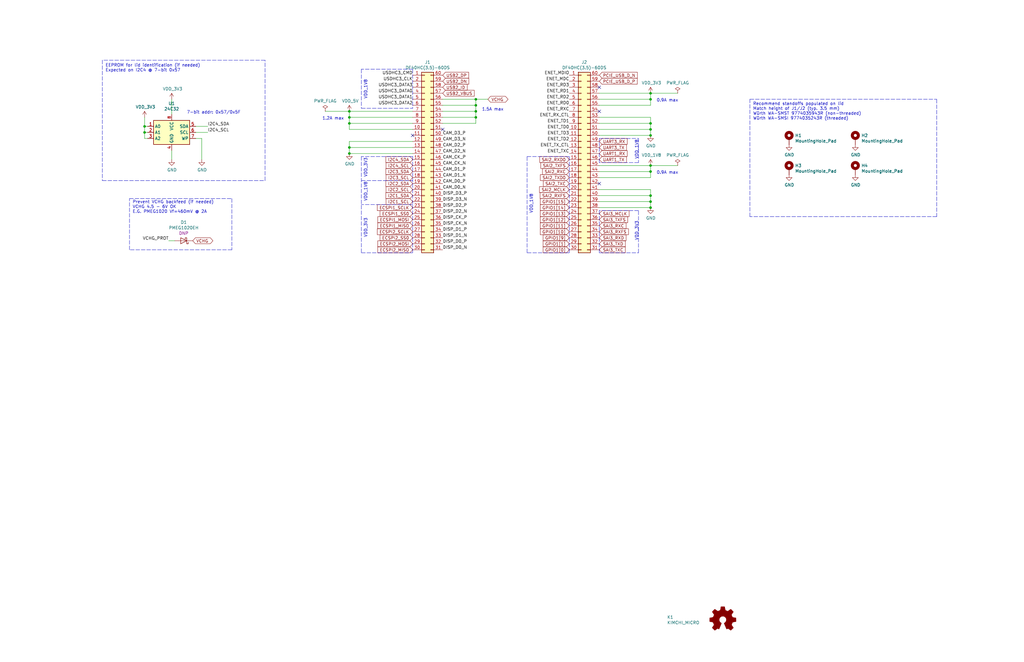
<source format=kicad_sch>
(kicad_sch (version 20250114) (generator "eeschema") (generator_version "9.0")
  (paper "USLedger")
  (lib_symbols
    (symbol "Connector_Generic:Conn_02x30_Counter_Clockwise" (pin_names (offset 1.016) (hide yes))
      (property "Reference" "J" (at 1.27 38.1 0))
      (property "Value" "Conn_02x30_Counter_Clockwise" (at 1.27 -40.64 0))
      (symbol "Conn_02x30_Counter_Clockwise_1_1"
        (rectangle (start -1.27 36.83) (end 3.81 -39.37) (stroke (width 0.254)) (fill (type background)))
        (rectangle (start -1.27 35.687) (end 0 35.433) (stroke (width 0.1524)))
        (rectangle (start -1.27 33.147) (end 0 32.893) (stroke (width 0.1524)))
        (rectangle (start -1.27 30.607) (end 0 30.353) (stroke (width 0.1524)))
        (rectangle (start -1.27 28.067) (end 0 27.813) (stroke (width 0.1524)))
        (rectangle (start -1.27 25.527) (end 0 25.273) (stroke (width 0.1524)))
        (rectangle (start -1.27 22.987) (end 0 22.733) (stroke (width 0.1524)))
        (rectangle (start -1.27 20.447) (end 0 20.193) (stroke (width 0.1524)))
        (rectangle (start -1.27 17.907) (end 0 17.653) (stroke (width 0.1524)))
        (rectangle (start -1.27 15.367) (end 0 15.113) (stroke (width 0.1524)))
        (rectangle (start -1.27 12.827) (end 0 12.573) (stroke (width 0.1524)))
        (rectangle (start -1.27 10.287) (end 0 10.033) (stroke (width 0.1524)))
        (rectangle (start -1.27 7.747) (end 0 7.493) (stroke (width 0.1524)))
        (rectangle (start -1.27 5.207) (end 0 4.953) (stroke (width 0.1524)))
        (rectangle (start -1.27 2.667) (end 0 2.413) (stroke (width 0.1524)))
        (rectangle (start -1.27 0.127) (end 0 -0.127) (stroke (width 0.1524)))
        (rectangle (start -1.27 -2.413) (end 0 -2.667) (stroke (width 0.1524)))
        (rectangle (start -1.27 -4.953) (end 0 -5.207) (stroke (width 0.1524)))
        (rectangle (start -1.27 -7.493) (end 0 -7.747) (stroke (width 0.1524)))
        (rectangle (start -1.27 -10.033) (end 0 -10.287) (stroke (width 0.1524)))
        (rectangle (start -1.27 -12.573) (end 0 -12.827) (stroke (width 0.1524)))
        (rectangle (start -1.27 -15.113) (end 0 -15.367) (stroke (width 0.1524)))
        (rectangle (start -1.27 -17.653) (end 0 -17.907) (stroke (width 0.1524)))
        (rectangle (start -1.27 -20.193) (end 0 -20.447) (stroke (width 0.1524)))
        (rectangle (start -1.27 -22.733) (end 0 -22.987) (stroke (width 0.1524)))
        (rectangle (start -1.27 -25.273) (end 0 -25.527) (stroke (width 0.1524)))
        (rectangle (start -1.27 -27.813) (end 0 -28.067) (stroke (width 0.1524)))
        (rectangle (start -1.27 -30.353) (end 0 -30.607) (stroke (width 0.1524)))
        (rectangle (start -1.27 -32.893) (end 0 -33.147) (stroke (width 0.1524)))
        (rectangle (start -1.27 -35.433) (end 0 -35.687) (stroke (width 0.1524)))
        (rectangle (start -1.27 -37.973) (end 0 -38.227) (stroke (width 0.1524)))
        (rectangle (start 3.81 35.687) (end 2.54 35.433) (stroke (width 0.1524)))
        (rectangle (start 3.81 33.147) (end 2.54 32.893) (stroke (width 0.1524)))
        (rectangle (start 3.81 30.607) (end 2.54 30.353) (stroke (width 0.1524)))
        (rectangle (start 3.81 28.067) (end 2.54 27.813) (stroke (width 0.1524)))
        (rectangle (start 3.81 25.527) (end 2.54 25.273) (stroke (width 0.1524)))
        (rectangle (start 3.81 22.987) (end 2.54 22.733) (stroke (width 0.1524)))
        (rectangle (start 3.81 20.447) (end 2.54 20.193) (stroke (width 0.1524)))
        (rectangle (start 3.81 17.907) (end 2.54 17.653) (stroke (width 0.1524)))
        (rectangle (start 3.81 15.367) (end 2.54 15.113) (stroke (width 0.1524)))
        (rectangle (start 3.81 12.827) (end 2.54 12.573) (stroke (width 0.1524)))
        (rectangle (start 3.81 10.287) (end 2.54 10.033) (stroke (width 0.1524)))
        (rectangle (start 3.81 7.747) (end 2.54 7.493) (stroke (width 0.1524)))
        (rectangle (start 3.81 5.207) (end 2.54 4.953) (stroke (width 0.1524)))
        (rectangle (start 3.81 2.667) (end 2.54 2.413) (stroke (width 0.1524)))
        (rectangle (start 3.81 0.127) (end 2.54 -0.127) (stroke (width 0.1524)))
        (rectangle (start 3.81 -2.413) (end 2.54 -2.667) (stroke (width 0.1524)))
        (rectangle (start 3.81 -4.953) (end 2.54 -5.207) (stroke (width 0.1524)))
        (rectangle (start 3.81 -7.493) (end 2.54 -7.747) (stroke (width 0.1524)))
        (rectangle (start 3.81 -10.033) (end 2.54 -10.287) (stroke (width 0.1524)))
        (rectangle (start 3.81 -12.573) (end 2.54 -12.827) (stroke (width 0.1524)))
        (rectangle (start 3.81 -15.113) (end 2.54 -15.367) (stroke (width 0.1524)))
        (rectangle (start 3.81 -17.653) (end 2.54 -17.907) (stroke (width 0.1524)))
        (rectangle (start 3.81 -20.193) (end 2.54 -20.447) (stroke (width 0.1524)))
        (rectangle (start 3.81 -22.733) (end 2.54 -22.987) (stroke (width 0.1524)))
        (rectangle (start 3.81 -25.273) (end 2.54 -25.527) (stroke (width 0.1524)))
        (rectangle (start 3.81 -27.813) (end 2.54 -28.067) (stroke (width 0.1524)))
        (rectangle (start 3.81 -30.353) (end 2.54 -30.607) (stroke (width 0.1524)))
        (rectangle (start 3.81 -32.893) (end 2.54 -33.147) (stroke (width 0.1524)))
        (rectangle (start 3.81 -35.433) (end 2.54 -35.687) (stroke (width 0.1524)))
        (rectangle (start 3.81 -37.973) (end 2.54 -38.227) (stroke (width 0.1524)))
        (pin passive line (at -5.08 35.56 0) (length 3.81) (name "Pin_1") (number "1"))
        (pin passive line (at -5.08 33.02 0) (length 3.81) (name "Pin_2") (number "2"))
        (pin passive line (at -5.08 30.48 0) (length 3.81) (name "Pin_3") (number "3"))
        (pin passive line (at -5.08 27.94 0) (length 3.81) (name "Pin_4") (number "4"))
        (pin passive line (at -5.08 25.4 0) (length 3.81) (name "Pin_5") (number "5"))
        (pin passive line (at -5.08 22.86 0) (length 3.81) (name "Pin_6") (number "6"))
        (pin passive line (at -5.08 20.32 0) (length 3.81) (name "Pin_7") (number "7"))
        (pin passive line (at -5.08 17.78 0) (length 3.81) (name "Pin_8") (number "8"))
        (pin passive line (at -5.08 15.24 0) (length 3.81) (name "Pin_9") (number "9"))
        (pin passive line (at -5.08 12.7 0) (length 3.81) (name "Pin_10") (number "10"))
        (pin passive line (at -5.08 10.16 0) (length 3.81) (name "Pin_11") (number "11"))
        (pin passive line (at -5.08 7.62 0) (length 3.81) (name "Pin_12") (number "12"))
        (pin passive line (at -5.08 5.08 0) (length 3.81) (name "Pin_13") (number "13"))
        (pin passive line (at -5.08 2.54 0) (length 3.81) (name "Pin_14") (number "14"))
        (pin passive line (at -5.08 0 0) (length 3.81) (name "Pin_15") (number "15"))
        (pin passive line (at -5.08 -2.54 0) (length 3.81) (name "Pin_16") (number "16"))
        (pin passive line (at -5.08 -5.08 0) (length 3.81) (name "Pin_17") (number "17"))
        (pin passive line (at -5.08 -7.62 0) (length 3.81) (name "Pin_18") (number "18"))
        (pin passive line (at -5.08 -10.16 0) (length 3.81) (name "Pin_19") (number "19"))
        (pin passive line (at -5.08 -12.7 0) (length 3.81) (name "Pin_20") (number "20"))
        (pin passive line (at -5.08 -15.24 0) (length 3.81) (name "Pin_21") (number "21"))
        (pin passive line (at -5.08 -17.78 0) (length 3.81) (name "Pin_22") (number "22"))
        (pin passive line (at -5.08 -20.32 0) (length 3.81) (name "Pin_23") (number "23"))
        (pin passive line (at -5.08 -22.86 0) (length 3.81) (name "Pin_24") (number "24"))
        (pin passive line (at -5.08 -25.4 0) (length 3.81) (name "Pin_25") (number "25"))
        (pin passive line (at -5.08 -27.94 0) (length 3.81) (name "Pin_26") (number "26"))
        (pin passive line (at -5.08 -30.48 0) (length 3.81) (name "Pin_27") (number "27"))
        (pin passive line (at -5.08 -33.02 0) (length 3.81) (name "Pin_28") (number "28"))
        (pin passive line (at -5.08 -35.56 0) (length 3.81) (name "Pin_29") (number "29"))
        (pin passive line (at -5.08 -38.1 0) (length 3.81) (name "Pin_30") (number "30"))
        (pin passive line (at 7.62 35.56 180) (length 3.81) (name "Pin_60") (number "60"))
        (pin passive line (at 7.62 33.02 180) (length 3.81) (name "Pin_59") (number "59"))
        (pin passive line (at 7.62 30.48 180) (length 3.81) (name "Pin_58") (number "58"))
        (pin passive line (at 7.62 27.94 180) (length 3.81) (name "Pin_57") (number "57"))
        (pin passive line (at 7.62 25.4 180) (length 3.81) (name "Pin_56") (number "56"))
        (pin passive line (at 7.62 22.86 180) (length 3.81) (name "Pin_55") (number "55"))
        (pin passive line (at 7.62 20.32 180) (length 3.81) (name "Pin_54") (number "54"))
        (pin passive line (at 7.62 17.78 180) (length 3.81) (name "Pin_53") (number "53"))
        (pin passive line (at 7.62 15.24 180) (length 3.81) (name "Pin_52") (number "52"))
        (pin passive line (at 7.62 12.7 180) (length 3.81) (name "Pin_51") (number "51"))
        (pin passive line (at 7.62 10.16 180) (length 3.81) (name "Pin_50") (number "50"))
        (pin passive line (at 7.62 7.62 180) (length 3.81) (name "Pin_49") (number "49"))
        (pin passive line (at 7.62 5.08 180) (length 3.81) (name "Pin_48") (number "48"))
        (pin passive line (at 7.62 2.54 180) (length 3.81) (name "Pin_47") (number "47"))
        (pin passive line (at 7.62 0 180) (length 3.81) (name "Pin_46") (number "46"))
        (pin passive line (at 7.62 -2.54 180) (length 3.81) (name "Pin_45") (number "45"))
        (pin passive line (at 7.62 -5.08 180) (length 3.81) (name "Pin_44") (number "44"))
        (pin passive line (at 7.62 -7.62 180) (length 3.81) (name "Pin_43") (number "43"))
        (pin passive line (at 7.62 -10.16 180) (length 3.81) (name "Pin_42") (number "42"))
        (pin passive line (at 7.62 -12.7 180) (length 3.81) (name "Pin_41") (number "41"))
        (pin passive line (at 7.62 -15.24 180) (length 3.81) (name "Pin_40") (number "40"))
        (pin passive line (at 7.62 -17.78 180) (length 3.81) (name "Pin_39") (number "39"))
        (pin passive line (at 7.62 -20.32 180) (length 3.81) (name "Pin_38") (number "38"))
        (pin passive line (at 7.62 -22.86 180) (length 3.81) (name "Pin_37") (number "37"))
        (pin passive line (at 7.62 -25.4 180) (length 3.81) (name "Pin_36") (number "36"))
        (pin passive line (at 7.62 -27.94 180) (length 3.81) (name "Pin_35") (number "35"))
        (pin passive line (at 7.62 -30.48 180) (length 3.81) (name "Pin_34") (number "34"))
        (pin passive line (at 7.62 -33.02 180) (length 3.81) (name "Pin_33") (number "33"))
        (pin passive line (at 7.62 -35.56 180) (length 3.81) (name "Pin_32") (number "32"))
        (pin passive line (at 7.62 -38.1 180) (length 3.81) (name "Pin_31") (number "31"))
      )
    )
    (symbol "Diode:PMEG1020EH" (pin_numbers (hide yes)) (pin_names (hide yes))
      (property "Reference" "D" (at 0 2.54 0))
      (property "Value" "PMEG1020EH" (at 0 -2.54 0))
      (symbol "PMEG1020EH_0_1"
        (polyline (pts (xy -1.905 0.635) (xy -1.905 1.27) (xy -1.27 1.27) (xy -1.27 -1.27) (xy -0.635 -1.27) (xy -0.635 -0.635)) (stroke (width 0.2032)))
        (polyline (pts (xy 1.27 1.27) (xy 1.27 -1.27) (xy -1.27 0) (xy 1.27 1.27)) (stroke (width 0.2032)))
        (polyline (pts (xy 1.27 0) (xy -1.27 0)))
      )
      (symbol "PMEG1020EH_1_1"
        (pin passive line (at -3.81 0 0) (length 2.54) (name "K") (number "1"))
        (pin passive line (at 3.81 0 180) (length 2.54) (name "A") (number "2"))
      )
    )
    (symbol "Graphic:Logo_Open_Hardware_Small" (in_bom no) (on_board no)
      (symbol "Logo_Open_Hardware_Small_0_1"
        (polyline (pts (xy 3.3528 -4.3434) (xy 3.302 -4.318) (xy 3.175 -4.2418) (xy 2.9972 -4.1148) (xy 2.7686 -3.9624) (xy 2.54 -3.81) (xy 2.3622 -3.7084) (xy 2.2352 -3.6068) (xy 2.1844 -3.5814) (xy 2.159 -3.6068) (xy 2.0574 -3.6576) (xy 1.905 -3.7338) (xy 1.8034 -3.7846) (xy 1.6764 -3.8354) (xy 1.6002 -3.8354) (xy 1.6002 -3.8354) (xy 1.5494 -3.7338) (xy 1.4732 -3.5306) (xy 1.3462 -3.302) (xy 1.2446 -3.0226) (xy 1.1176 -2.7178) (xy 0.9652 -2.413) (xy 0.8636 -2.1082) (xy 0.7366 -1.8288) (xy 0.6604 -1.6256) (xy 0.6096 -1.4732) (xy 0.5842 -1.397) (xy 0.5842 -1.397) (xy 0.6604 -1.3208) (xy 0.7874 -1.2446) (xy 1.0414 -1.016) (xy 1.2954 -0.6858) (xy 1.4478 -0.3302) (xy 1.524 0.0762) (xy 1.4732 0.4572) (xy 1.3208 0.8128) (xy 1.0668 1.143) (xy 0.762 1.3716) (xy 0.4064 1.524) (xy 0 1.5748) (xy -0.381 1.5494) (xy -0.7366 1.397) (xy -1.0668 1.143) (xy -1.2192 0.9906) (xy -1.397 0.6604) (xy -1.524 0.3048) (xy -1.524 0.2286) (xy -1.4986 -0.1778) (xy -1.397 -0.5334) (xy -1.1938 -0.8636) (xy -0.9144 -1.143) (xy -0.8636 -1.1684) (xy -0.7366 -1.27) (xy -0.635 -1.3462) (xy -0.5842 -1.397) (xy -1.0668 -2.5908) (xy -1.143 -2.794) (xy -1.2954 -3.1242) (xy -1.397 -3.4036) (xy -1.4986 -3.6322) (xy -1.5748 -3.7846) (xy -1.6002 -3.8354) (xy -1.6002 -3.8354) (xy -1.651 -3.8354) (xy -1.7272 -3.81) (xy -1.905 -3.7338) (xy -2.0066 -3.683) (xy -2.1336 -3.6068) (xy -2.2098 -3.5814) (xy -2.2606 -3.6068) (xy -2.3622 -3.683) (xy -2.54 -3.81) (xy -2.7686 -3.9624) (xy -2.9718 -4.0894) (xy -3.1496 -4.2164) (xy -3.302 -4.318) (xy -3.3528 -4.3434) (xy -3.3782 -4.3434) (xy -3.429 -4.318) (xy -3.5306 -4.2164) (xy -3.7084 -4.064) (xy -3.937 -3.8354) (xy -3.9624 -3.81) (xy -4.1656 -3.6068) (xy -4.318 -3.4544) (xy -4.4196 -3.3274) (xy -4.445 -3.2766) (xy -4.445 -3.2766) (xy -4.4196 -3.2258) (xy -4.318 -3.0734) (xy -4.2164 -2.8956) (xy -4.064 -2.667) (xy -3.6576 -2.0828) (xy -3.8862 -1.5494) (xy -3.937 -1.3716) (xy -4.0386 -1.1684) (xy -4.0894 -1.0414) (xy -4.1148 -0.9652) (xy -4.191 -0.9398) (xy -4.318 -0.9144) (xy -4.5466 -0.8636) (xy -4.8006 -0.8128) (xy -5.0546 -0.7874) (xy -5.2578 -0.7366) (xy -5.4356 -0.7112) (xy -5.5118 -0.6858) (xy -5.5118 -0.6858) (xy -5.5372 -0.635) (xy -5.5372 -0.5588) (xy -5.5372 -0.4318) (xy -5.5626 -0.2286) (xy -5.5626 0.0762) (xy -5.5626 0.127) (xy -5.5372 0.4064) (xy -5.5372 0.635) (xy -5.5372 0.762) (xy -5.5372 0.8382) (xy -5.5372 0.8382) (xy -5.461 0.8382) (xy -5.3086 0.889) (xy -5.08 0.9144) (xy -4.826 0.9652) (xy -4.8006 0.9906) (xy -4.5466 1.0414) (xy -4.318 1.0668) (xy -4.1656 1.1176) (xy -4.0894 1.143) (xy -4.0894 1.143) (xy -4.0386 1.2446) (xy -3.9624 1.4224) (xy -3.8608 1.6256) (xy -3.7846 1.8288) (xy -3.7084 2.0066) (xy -3.6576 2.159) (xy -3.6322 2.2098) (xy -3.6322 2.2098) (xy -3.683 2.286) (xy -3.7592 2.413) (xy -3.8862 2.5908) (xy -4.064 2.8194) (xy -4.064 2.8448) (xy -4.2164 3.0734) (xy -4.3434 3.2512) (xy -4.4196 3.3782) (xy -4.445 3.4544) (xy -4.445 3.4544) (xy -4.3942 3.5052) (xy -4.2926 3.6322) (xy -4.1148 3.81) (xy -3.937 4.0132) (xy -3.8608 4.064) (xy -3.6576 4.2926) (xy -3.5052 4.4196) (xy -3.4036 4.4958) (xy -3.3528 4.5212) (xy -3.3528 4.5212) (xy -3.302 4.4704) (xy -3.1496 4.3688) (xy -2.9718 4.2418) (xy -2.7432 4.0894) (xy -2.7178 4.0894) (xy -2.4892 3.937) (xy -2.3114 3.81) (xy -2.1844 3.7084) (xy -2.1336 3.683) (xy -2.1082 3.683) (xy -2.032 3.7084) (xy -1.8542 3.7592) (xy -1.6764 3.8354) (xy -1.4732 3.937) (xy -1.27 4.0132) (xy -1.143 4.064) (xy -1.0668 4.1148) (xy -1.0668 4.1148) (xy -1.0414 4.191) (xy -1.016 4.3434) (xy -0.9652 4.572) (xy -0.9144 4.8514) (xy -0.889 4.9022) (xy -0.8382 5.1562) (xy -0.8128 5.3848) (xy -0.7874 5.5372) (xy -0.762 5.588) (xy -0.7112 5.6134) (xy -0.5842 5.6134) (xy -0.4064 5.6134) (xy -0.1524 5.6134) (xy 0.0762 5.6134) (xy 0.3302 5.6134) (xy 0.5334 5.6134) (xy 0.6858 5.588) (xy 0.7366 5.588) (xy 0.7366 5.588) (xy 0.762 5.5118) (xy 0.8128 5.334) (xy 0.8382 5.1054) (xy 0.9144 4.826) (xy 0.9144 4.7752) (xy 0.9652 4.5212) (xy 1.016 4.2926) (xy 1.0414 4.1402) (xy 1.0668 4.0894) (xy 1.0668 4.0894) (xy 1.1938 4.0386) (xy 1.3716 3.9624) (xy 1.5748 3.8608) (xy 2.0828 3.6576) (xy 2.7178 4.0894) (xy 2.7686 4.1402) (xy 2.9972 4.2926) (xy 3.175 4.4196) (xy 3.302 4.4958) (xy 3.3782 4.5212) (xy 3.3782 4.5212) (xy 3.429 4.4704) (xy 3.556 4.3434) (xy 3.7338 4.191) (xy 3.9116 3.9878) (xy 4.064 3.8354) (xy 4.2418 3.6576) (xy 4.3434 3.556) (xy 4.4196 3.4798) (xy 4.4196 3.429) (xy 4.4196 3.4036) (xy 4.3942 3.3274) (xy 4.2926 3.2004) (xy 4.1656 2.9972) (xy 4.0132 2.794) (xy 3.8862 2.5908) (xy 3.7592 2.3876) (xy 3.6576 2.2352) (xy 3.6322 2.159) (xy 3.6322 2.1336) (xy 3.683 2.0066) (xy 3.7592 1.8288) (xy 3.8608 1.6002) (xy 4.064 1.1176) (xy 4.3942 1.0414) (xy 4.5974 1.016) (xy 4.8768 0.9652) (xy 5.1308 0.9144) (xy 5.5372 0.8382) (xy 5.5626 -0.6604) (xy 5.4864 -0.6858) (xy 5.4356 -0.6858) (xy 5.2832 -0.7366) (xy 5.0546 -0.762) (xy 4.8006 -0.8128) (xy 4.5974 -0.8636) (xy 4.3688 -0.9144) (xy 4.2164 -0.9398) (xy 4.1402 -0.9398) (xy 4.1148 -0.9652) (xy 4.064 -1.0668) (xy 3.9878 -1.2446) (xy 3.9116 -1.4478) (xy 3.81 -1.651) (xy 3.7338 -1.8542) (xy 3.683 -2.0066) (xy 3.6576 -2.0828) (xy 3.683 -2.1336) (xy 3.7846 -2.2606) (xy 3.8862 -2.4638) (xy 4.0386 -2.667) (xy 4.191 -2.8956) (xy 4.318 -3.0734) (xy 4.3942 -3.2004) (xy 4.445 -3.2766) (xy 4.4196 -3.3274) (xy 4.3434 -3.429) (xy 4.1656 -3.5814) (xy 3.937 -3.8354) (xy 3.8862 -3.8608) (xy 3.683 -4.064) (xy 3.5306 -4.2164) (xy 3.4036 -4.318) (xy 3.3528 -4.3434)) (fill (type outline)))
      )
    )
    (symbol "Mechanical:MountingHole_Pad" (pin_numbers (hide yes)) (pin_names (offset 1.016) (hide yes)) (in_bom no)
      (property "Reference" "H" (at 0 6.35 0))
      (property "Value" "MountingHole_Pad" (at 0 4.445 0))
      (symbol "MountingHole_Pad_0_1"
        (circle (center 0 1.27) (radius 1.27) (stroke (width 1.27)))
      )
      (symbol "MountingHole_Pad_1_1"
        (pin input line (at 0 -2.54 90) (length 2.54) (name "1") (number "1"))
      )
    )
    (symbol "Memory_EEPROM:24LC16"
      (property "Reference" "U" (at -6.35 6.35 0))
      (property "Value" "24LC16" (at 1.27 6.35 0))
      (symbol "24LC16_1_1"
        (rectangle (start -7.62 5.08) (end 7.62 -5.08) (stroke (width 0.254)) (fill (type background)))
        (pin input line (at -10.16 2.54 0) (length 2.54) (name "A0") (number "1"))
        (pin input line (at -10.16 0 0) (length 2.54) (name "A1") (number "2"))
        (pin input line (at -10.16 -2.54 0) (length 2.54) (name "A2") (number "3"))
        (pin power_in line (at 0 7.62 270) (length 2.54) (name "VCC") (number "8"))
        (pin power_in line (at 0 -7.62 90) (length 2.54) (name "GND") (number "4"))
        (pin bidirectional line (at 10.16 2.54 180) (length 2.54) (name "SDA") (number "5"))
        (pin input line (at 10.16 0 180) (length 2.54) (name "SCL") (number "6"))
        (pin input line (at 10.16 -2.54 180) (length 2.54) (name "WP") (number "7"))
      )
    )
    (symbol "kimchi_ulid:KIMCHI_MICRO" (pin_names (offset 1.016))
      (property "Reference" "K" (at 0 0 0))
      (property "Value" "KIMCHI_MICRO" (at 0 0 0))
    )
    (symbol "kimchi_ulid:VDD_1V8" (power) (pin_names (offset 0))
      (property "Value" "VDD_1V8" (at 0 3.556 0))
      (symbol "VDD_1V8_0_1"
        (polyline (pts (xy -0.762 1.27) (xy 0 2.54)))
        (polyline (pts (xy 0 2.54) (xy 0.762 1.27)))
        (polyline (pts (xy 0 0) (xy 0 2.54)))
      )
      (symbol "VDD_1V8_1_1"
        (pin power_in line (at 0 0 90) (length 0) (hide yes) (name "VDD_1V8") (number "1"))
      )
    )
    (symbol "kimchi_ulid:VDD_3V3" (power) (pin_names (offset 0))
      (property "Value" "VDD_3V3" (at 0 3.556 0))
      (symbol "VDD_3V3_0_1"
        (polyline (pts (xy -0.762 1.27) (xy 0 2.54)))
        (polyline (pts (xy 0 2.54) (xy 0.762 1.27)))
        (polyline (pts (xy 0 0) (xy 0 2.54)))
      )
      (symbol "VDD_3V3_1_1"
        (pin power_in line (at 0 0 90) (length 0) (hide yes) (name "VDD_3V3") (number "1"))
      )
    )
    (symbol "kimchi_ulid:VDD_5V" (power) (pin_names (offset 0))
      (property "Value" "VDD_5V" (at 0 3.556 0))
      (symbol "VDD_5V_0_1"
        (polyline (pts (xy -0.762 1.27) (xy 0 2.54)))
        (polyline (pts (xy 0 2.54) (xy 0.762 1.27)))
        (polyline (pts (xy 0 0) (xy 0 2.54)))
      )
      (symbol "VDD_5V_1_1"
        (pin power_in line (at 0 0 90) (length 0) (hide yes) (name "VDD_5V") (number "1"))
      )
    )
    (symbol "power:GND" (power) (pin_numbers (hide yes)) (pin_names (offset 0) (hide yes))
      (property "Value" "GND" (at 0 -3.81 0))
      (symbol "GND_0_1"
        (polyline (pts (xy 0 0) (xy 0 -1.27) (xy 1.27 -1.27) (xy 0 -2.54) (xy -1.27 -1.27) (xy 0 -1.27)))
      )
      (symbol "GND_1_1"
        (pin power_in line (at 0 0 270) (length 0) (name "~") (number "1"))
      )
    )
    (symbol "power:PWR_FLAG" (power) (pin_numbers (hide yes)) (pin_names (offset 0) (hide yes))
      (property "Value" "PWR_FLAG" (at 0 3.81 0))
      (symbol "PWR_FLAG_0_0"
        (pin power_out line (at 0 0 90) (length 0) (name "~") (number "1"))
      )
      (symbol "PWR_FLAG_0_1"
        (polyline (pts (xy 0 0) (xy 0 1.27) (xy -1.016 1.905) (xy 0 2.54) (xy 1.016 1.905) (xy 0 1.27)))
      )
    )
  )
  (text "1.2A max" (at 135.89 50.8 0) (effects (font (size 1.27 1.27)) (justify left bottom)))
  (text "0.9A max" (at 276.86 73.66 0) (effects (font (size 1.27 1.27)) (justify left bottom)))
  (text "VDD_1V8" (at 269.24 67.31 90) (effects (font (size 1.27 1.27)) (justify left bottom)))
  (text "VDD_1V8" (at 224.79 90.17 90) (effects (font (size 1.27 1.27)) (justify left bottom)))
  (text "0.9A max" (at 276.86 43.18 0) (effects (font (size 1.27 1.27)) (justify left bottom)))
  (text "7-bit addr: 0x57/0x5F" (at 78.74 48.26 0) (effects (font (size 1.27 1.27)) (justify left bottom)))
  (text "Recommend standoffs populated on lid\nMatch height of J1/J2 (typ. 3.5 mm)\nWürth WA-SMST 9774035943R (non-threaded)\nWürth WA-SMSI 9774035243R (threaded)" (at 317.5 50.8 0) (effects (font (size 1.27 1.27)) (justify left bottom)))
  (text "Prevent VCHG backfeed (if needed)\nVCHG 4.5 - 6V OK\nE.G. PMEG1020 Vf=460mV @ 2A" (at 55.88 90.17 0) (effects (font (size 1.27 1.27)) (justify left bottom)))
  (text "VDD_1V8" (at 154.94 85.09 90) (effects (font (size 1.27 1.27)) (justify left bottom)))
  (text "VDD_3V3" (at 154.94 74.93 90) (effects (font (size 1.27 1.27)) (justify left bottom)))
  (text "VDD_1V8" (at 154.94 41.91 90) (effects (font (size 1.27 1.27)) (justify left bottom)))
  (text "EEPROM for lid identification (if needed)\nExpected on I2C4 @ 7-bit 0x57" (at 44.45 30.48 0) (effects (font (size 1.27 1.27)) (justify left bottom)))
  (text "VDD_3V3" (at 154.94 100.33 90) (effects (font (size 1.27 1.27)) (justify left bottom)))
  (text "1.5A max" (at 203.2 46.99 0) (effects (font (size 1.27 1.27)) (justify left bottom)))
  (text "VDD_3V3" (at 269.24 101.6 90) (effects (font (size 1.27 1.27)) (justify left bottom)))
  (junction (at 147.32 46.99))
  (junction (at 200.66 46.99))
  (junction (at 274.32 82.55))
  (junction (at 274.32 41.91))
  (junction (at 147.32 49.53))
  (junction (at 274.32 52.07))
  (junction (at 147.32 52.07))
  (junction (at 274.32 69.85))
  (junction (at 274.32 54.61))
  (junction (at 147.32 64.77))
  (junction (at 147.32 62.23))
  (junction (at 274.32 57.15))
  (junction (at 200.66 44.45))
  (junction (at 274.32 39.37))
  (junction (at 274.32 87.63))
  (junction (at 200.66 49.53))
  (junction (at 200.66 41.91))
  (junction (at 60.96 53.34))
  (junction (at 274.32 85.09))
  (junction (at 60.96 55.88))
  (junction (at 274.32 72.39))
  (no_connect (at 252.73 46.99))
  (no_connect (at 186.69 54.61))
  (no_connect (at 252.73 77.47))
  (no_connect (at 173.99 57.15))
  (no_connect (at 252.73 36.83))
  (wire (pts (xy 200.66 49.53) (xy 186.69 49.53)))
  (wire (pts (xy 252.73 80.01) (xy 274.32 80.01)))
  (polyline (pts (xy 111.76 25.4) (xy 43.18 25.4)) (stroke (width 0) (type dash)))
  (polyline (pts (xy 394.97 41.91) (xy 394.97 91.44)) (stroke (width 0) (type dash)))
  (wire (pts (xy 274.32 54.61) (xy 274.32 52.07)))
  (polyline (pts (xy 173.99 86.36) (xy 152.4 86.36)) (stroke (width 0) (type dash)))
  (wire (pts (xy 274.32 69.85) (xy 274.32 72.39)))
  (wire (pts (xy 252.73 82.55) (xy 274.32 82.55)))
  (wire (pts (xy 274.32 39.37) (xy 274.32 41.91)))
  (polyline (pts (xy 173.99 29.21) (xy 152.4 29.21)) (stroke (width 0) (type dash)))
  (wire (pts (xy 274.32 69.85) (xy 252.73 69.85)))
  (wire (pts (xy 252.73 49.53) (xy 274.32 49.53)))
  (wire (pts (xy 147.32 62.23) (xy 147.32 64.77)))
  (polyline (pts (xy 394.97 91.44) (xy 316.23 91.44)) (stroke (width 0) (type dash)))
  (polyline (pts (xy 252.73 58.42) (xy 269.24 58.42)) (stroke (width 0) (type dash)))
  (wire (pts (xy 72.39 67.31) (xy 72.39 63.5)))
  (polyline (pts (xy 316.23 41.91) (xy 394.97 41.91)) (stroke (width 0) (type dash)))
  (wire (pts (xy 274.32 39.37) (xy 252.73 39.37)))
  (polyline (pts (xy 173.99 66.04) (xy 173.99 106.68)) (stroke (width 0) (type dash)))
  (wire (pts (xy 274.32 82.55) (xy 274.32 85.09)))
  (polyline (pts (xy 152.4 106.68) (xy 173.99 106.68)) (stroke (width 0) (type dash)))
  (wire (pts (xy 72.39 41.91) (xy 72.39 48.26)))
  (polyline (pts (xy 316.23 91.44) (xy 316.23 41.91)) (stroke (width 0) (type dash)))
  (polyline (pts (xy 54.61 83.82) (xy 97.79 83.82)) (stroke (width 0) (type dash)))
  (polyline (pts (xy 222.25 66.04) (xy 240.03 66.04)) (stroke (width 0) (type dash)))
  (wire (pts (xy 85.09 58.42) (xy 85.09 67.31)))
  (wire (pts (xy 274.32 72.39) (xy 274.32 74.93)))
  (wire (pts (xy 62.23 53.34) (xy 60.96 53.34)))
  (wire (pts (xy 87.63 55.88) (xy 82.55 55.88)))
  (wire (pts (xy 274.32 74.93) (xy 252.73 74.93)))
  (wire (pts (xy 60.96 58.42) (xy 62.23 58.42)))
  (wire (pts (xy 205.74 41.91) (xy 200.66 41.91)))
  (wire (pts (xy 62.23 55.88) (xy 60.96 55.88)))
  (wire (pts (xy 252.73 85.09) (xy 274.32 85.09)))
  (wire (pts (xy 200.66 41.91) (xy 200.66 44.45)))
  (wire (pts (xy 137.16 46.99) (xy 147.32 46.99)))
  (polyline (pts (xy 269.24 58.42) (xy 269.24 68.58)) (stroke (width 0) (type dash)))
  (wire (pts (xy 274.32 49.53) (xy 274.32 52.07)))
  (wire (pts (xy 200.66 46.99) (xy 200.66 49.53)))
  (wire (pts (xy 252.73 72.39) (xy 274.32 72.39)))
  (polyline (pts (xy 97.79 105.41) (xy 54.61 105.41)) (stroke (width 0) (type dash)))
  (wire (pts (xy 173.99 64.77) (xy 147.32 64.77)))
  (wire (pts (xy 252.73 87.63) (xy 274.32 87.63)))
  (polyline (pts (xy 252.73 106.68) (xy 269.24 106.68)) (stroke (width 0) (type dash)))
  (polyline (pts (xy 43.18 76.2) (xy 111.76 76.2)) (stroke (width 0) (type dash)))
  (wire (pts (xy 200.66 44.45) (xy 200.66 46.99)))
  (wire (pts (xy 274.32 57.15) (xy 274.32 54.61)))
  (polyline (pts (xy 54.61 105.41) (xy 54.61 83.82)) (stroke (width 0) (type dash)))
  (wire (pts (xy 200.66 41.91) (xy 186.69 41.91)))
  (polyline (pts (xy 222.25 106.68) (xy 222.25 66.04)) (stroke (width 0) (type dash)))
  (wire (pts (xy 173.99 59.69) (xy 147.32 59.69)))
  (wire (pts (xy 200.66 49.53) (xy 200.66 52.07)))
  (polyline (pts (xy 269.24 68.58) (xy 252.73 68.58)) (stroke (width 0) (type dash)))
  (polyline (pts (xy 97.79 83.82) (xy 97.79 105.41)) (stroke (width 0) (type dash)))
  (polyline (pts (xy 240.03 106.68) (xy 222.25 106.68)) (stroke (width 0) (type dash)))
  (polyline (pts (xy 152.4 66.04) (xy 152.4 106.68)) (stroke (width 0) (type dash)))
  (polyline (pts (xy 152.4 45.72) (xy 173.99 45.72)) (stroke (width 0) (type dash)))
  (wire (pts (xy 147.32 59.69) (xy 147.32 62.23)))
  (wire (pts (xy 147.32 52.07) (xy 147.32 49.53)))
  (wire (pts (xy 60.96 55.88) (xy 60.96 58.42)))
  (wire (pts (xy 274.32 44.45) (xy 274.32 41.91)))
  (wire (pts (xy 60.96 49.53) (xy 60.96 53.34)))
  (wire (pts (xy 147.32 49.53) (xy 147.32 46.99)))
  (polyline (pts (xy 252.73 88.9) (xy 252.73 106.68)) (stroke (width 0) (type dash)))
  (wire (pts (xy 82.55 58.42) (xy 85.09 58.42)))
  (wire (pts (xy 285.75 69.85) (xy 274.32 69.85)))
  (wire (pts (xy 274.32 80.01) (xy 274.32 82.55)))
  (wire (pts (xy 147.32 46.99) (xy 173.99 46.99)))
  (wire (pts (xy 285.75 39.37) (xy 274.32 39.37)))
  (polyline (pts (xy 269.24 88.9) (xy 252.73 88.9)) (stroke (width 0) (type dash)))
  (wire (pts (xy 173.99 54.61) (xy 147.32 54.61)))
  (polyline (pts (xy 269.24 106.68) (xy 269.24 88.9)) (stroke (width 0) (type dash)))
  (wire (pts (xy 274.32 52.07) (xy 252.73 52.07)))
  (wire (pts (xy 71.12 101.6) (xy 73.66 101.6)))
  (wire (pts (xy 252.73 57.15) (xy 274.32 57.15)))
  (wire (pts (xy 200.66 44.45) (xy 186.69 44.45)))
  (wire (pts (xy 274.32 87.63) (xy 274.32 85.09)))
  (polyline (pts (xy 152.4 29.21) (xy 152.4 45.72)) (stroke (width 0) (type dash)))
  (wire (pts (xy 274.32 41.91) (xy 252.73 41.91)))
  (wire (pts (xy 200.66 46.99) (xy 186.69 46.99)))
  (polyline (pts (xy 152.4 76.2) (xy 173.99 76.2)) (stroke (width 0) (type dash)))
  (wire (pts (xy 60.96 53.34) (xy 60.96 55.88)))
  (polyline (pts (xy 43.18 25.4) (xy 43.18 76.2)) (stroke (width 0) (type dash)))
  (wire (pts (xy 173.99 62.23) (xy 147.32 62.23)))
  (polyline (pts (xy 111.76 76.2) (xy 111.76 25.4)) (stroke (width 0) (type dash)))
  (wire (pts (xy 87.63 53.34) (xy 82.55 53.34)))
  (wire (pts (xy 173.99 49.53) (xy 147.32 49.53)))
  (polyline (pts (xy 252.73 68.58) (xy 252.73 58.42)) (stroke (width 0) (type dash)))
  (polyline (pts (xy 240.03 66.04) (xy 240.03 106.68)) (stroke (width 0) (type dash)))
  (wire (pts (xy 200.66 52.07) (xy 186.69 52.07)))
  (polyline (pts (xy 173.99 66.04) (xy 152.4 66.04)) (stroke (width 0) (type dash)))
  (wire (pts (xy 147.32 54.61) (xy 147.32 52.07)))
  (wire (pts (xy 173.99 52.07) (xy 147.32 52.07)))
  (wire (pts (xy 252.73 44.45) (xy 274.32 44.45)))
  (wire (pts (xy 252.73 54.61) (xy 274.32 54.61)))
  (polyline (pts (xy 173.99 29.21) (xy 173.99 45.72)) (stroke (width 0) (type dash)))
  (label "CAM_D3_N" (at 186.69 59.69 0))
  (label "DISP_D0_P" (at 186.69 102.87 0))
  (label "DISP_D0_N" (at 186.69 105.41 0))
  (label "ENET_RD3" (at 240.03 36.83 180))
  (label "ENET_TX_CTL" (at 240.03 62.23 180))
  (label "CAM_D1_P" (at 186.69 72.39 0))
  (label "CAM_CK_P" (at 186.69 67.31 0))
  (label "DISP_D3_P" (at 186.69 82.55 0))
  (label "VCHG_PROT" (at 71.12 101.6 180))
  (label "USDHC3_CMD" (at 173.99 31.75 180))
  (label "ENET_TD1" (at 240.03 52.07 180))
  (label "DISP_D1_P" (at 186.69 97.79 0))
  (label "ENET_TD2" (at 240.03 59.69 180))
  (label "DISP_D2_P" (at 186.69 87.63 0))
  (label "ENET_RD1" (at 240.03 39.37 180))
  (label "ENET_TXC" (at 240.03 64.77 180))
  (label "USDHC3_CLK" (at 173.99 34.29 180))
  (label "ENET_TD0" (at 240.03 54.61 180))
  (label "ENET_MDIO" (at 240.03 31.75 180))
  (label "ENET_TD3" (at 240.03 57.15 180))
  (label "CAM_D2_N" (at 186.69 64.77 0))
  (label "ENET_MDC" (at 240.03 34.29 180))
  (label "USDHC3_DATA0" (at 173.99 39.37 180))
  (label "I2C4_SDA" (at 87.63 53.34 0))
  (label "DISP_D1_N" (at 186.69 100.33 0))
  (label "DISP_CK_P" (at 186.69 92.71 0))
  (label "CAM_D2_P" (at 186.69 62.23 0))
  (label "ENET_RD2" (at 240.03 41.91 180))
  (label "ENET_RXC" (at 240.03 46.99 180))
  (label "CAM_CK_N" (at 186.69 69.85 0))
  (label "USDHC3_DATA3" (at 173.99 36.83 180))
  (label "USDHC3_DATA2" (at 173.99 44.45 180))
  (label "CAM_D0_P" (at 186.69 77.47 0))
  (label "DISP_D2_N" (at 186.69 90.17 0))
  (label "ENET_RX_CTL" (at 240.03 49.53 180))
  (label "USDHC3_DATA1" (at 173.99 41.91 180))
  (label "ENET_RD0" (at 240.03 44.45 180))
  (label "CAM_D0_N" (at 186.69 80.01 0))
  (label "DISP_CK_N" (at 186.69 95.25 0))
  (label "CAM_D1_N" (at 186.69 74.93 0))
  (label "DISP_D3_N" (at 186.69 85.09 0))
  (label "CAM_D3_P" (at 186.69 57.15 0))
  (label "I2C4_SCL" (at 87.63 55.88 0))
  (global_label "VCHG" (shape bidirectional) (at 81.28 101.6 0) (property "Intersheetrefs" "${INTERSHEET_REFS}" (effects (hide yes))))
  (global_label "SAI2_TXC" (shape input) (at 240.03 77.47 180) (property "Intersheetrefs" "${INTERSHEET_REFS}" (effects (hide yes))))
  (global_label "I2C2_SDA" (shape input) (at 173.99 77.47 180) (property "Intersheetrefs" "${INTERSHEET_REFS}" (effects (hide yes))))
  (global_label "SAI2_TXFS" (shape input) (at 240.03 69.85 180) (property "Intersheetrefs" "${INTERSHEET_REFS}" (effects (hide yes))))
  (global_label "VCHG" (shape bidirectional) (at 205.74 41.91 0) (property "Intersheetrefs" "${INTERSHEET_REFS}" (effects (hide yes))))
  (global_label "UART1_RX" (shape input) (at 252.73 64.77 0) (property "Intersheetrefs" "${INTERSHEET_REFS}" (effects (hide yes))))
  (global_label "PCIE_USB_D_N" (shape input) (at 252.73 31.75 0) (property "Intersheetrefs" "${INTERSHEET_REFS}" (effects (hide yes))))
  (global_label "I2C4_SCL" (shape input) (at 173.99 69.85 180) (property "Intersheetrefs" "${INTERSHEET_REFS}" (effects (hide yes))))
  (global_label "GPIO1[0]" (shape input) (at 240.03 105.41 180) (property "Intersheetrefs" "${INTERSHEET_REFS}" (effects (hide yes))))
  (global_label "ECSPI1_MISO" (shape input) (at 173.99 95.25 180) (property "Intersheetrefs" "${INTERSHEET_REFS}" (effects (hide yes))))
  (global_label "USB2_DN" (shape input) (at 186.69 34.29 0) (property "Intersheetrefs" "${INTERSHEET_REFS}" (effects (hide yes))))
  (global_label "SAI2_MCLK" (shape input) (at 240.03 80.01 180) (property "Intersheetrefs" "${INTERSHEET_REFS}" (effects (hide yes))))
  (global_label "SAI3_TXC" (shape input) (at 252.73 105.41 0) (property "Intersheetrefs" "${INTERSHEET_REFS}" (effects (hide yes))))
  (global_label "I2C1_SDA" (shape input) (at 173.99 82.55 180) (property "Intersheetrefs" "${INTERSHEET_REFS}" (effects (hide yes))))
  (global_label "SAI3_RXFS" (shape input) (at 252.73 97.79 0) (property "Intersheetrefs" "${INTERSHEET_REFS}" (effects (hide yes))))
  (global_label "ECSPI2_MISO" (shape input) (at 173.99 105.41 180) (property "Intersheetrefs" "${INTERSHEET_REFS}" (effects (hide yes))))
  (global_label "GPIO1[9]" (shape input) (at 240.03 100.33 180) (property "Intersheetrefs" "${INTERSHEET_REFS}" (effects (hide yes))))
  (global_label "GPIO1[10]" (shape input) (at 240.03 97.79 180) (property "Intersheetrefs" "${INTERSHEET_REFS}" (effects (hide yes))))
  (global_label "GPIO1[15]" (shape input) (at 240.03 85.09 180) (property "Intersheetrefs" "${INTERSHEET_REFS}" (effects (hide yes))))
  (global_label "UART1_TX" (shape input) (at 252.73 67.31 0) (property "Intersheetrefs" "${INTERSHEET_REFS}" (effects (hide yes))))
  (global_label "I2C3_SDA" (shape input) (at 173.99 72.39 180) (property "Intersheetrefs" "${INTERSHEET_REFS}" (effects (hide yes))))
  (global_label "UART3_RX" (shape input) (at 252.73 59.69 0) (property "Intersheetrefs" "${INTERSHEET_REFS}" (effects (hide yes))))
  (global_label "ECSPI1_MOSI" (shape input) (at 173.99 92.71 180) (property "Intersheetrefs" "${INTERSHEET_REFS}" (effects (hide yes))))
  (global_label "I2C1_SCL" (shape input) (at 173.99 85.09 180) (property "Intersheetrefs" "${INTERSHEET_REFS}" (effects (hide yes))))
  (global_label "PCIE_USB_D_P" (shape input) (at 252.73 34.29 0) (property "Intersheetrefs" "${INTERSHEET_REFS}" (effects (hide yes))))
  (global_label "USB2_DP" (shape input) (at 186.69 31.75 0) (property "Intersheetrefs" "${INTERSHEET_REFS}" (effects (hide yes))))
  (global_label "GPIO1[12]" (shape input) (at 240.03 92.71 180) (property "Intersheetrefs" "${INTERSHEET_REFS}" (effects (hide yes))))
  (global_label "SAI2_TXD0" (shape input) (at 240.03 74.93 180) (property "Intersheetrefs" "${INTERSHEET_REFS}" (effects (hide yes))))
  (global_label "SAI3_RXD" (shape input) (at 252.73 100.33 0) (property "Intersheetrefs" "${INTERSHEET_REFS}" (effects (hide yes))))
  (global_label "SAI3_MCLK" (shape input) (at 252.73 90.17 0) (property "Intersheetrefs" "${INTERSHEET_REFS}" (effects (hide yes))))
  (global_label "SAI2_RXD0" (shape input) (at 240.03 67.31 180) (property "Intersheetrefs" "${INTERSHEET_REFS}" (effects (hide yes))))
  (global_label "ECSPI2_SS0" (shape input) (at 173.99 100.33 180) (property "Intersheetrefs" "${INTERSHEET_REFS}" (effects (hide yes))))
  (global_label "GPIO1[14]" (shape input) (at 240.03 87.63 180) (property "Intersheetrefs" "${INTERSHEET_REFS}" (effects (hide yes))))
  (global_label "I2C4_SDA" (shape input) (at 173.99 67.31 180) (property "Intersheetrefs" "${INTERSHEET_REFS}" (effects (hide yes))))
  (global_label "GPIO1[11]" (shape input) (at 240.03 95.25 180) (property "Intersheetrefs" "${INTERSHEET_REFS}" (effects (hide yes))))
  (global_label "USB2_VBUS" (shape input) (at 186.69 39.37 0) (property "Intersheetrefs" "${INTERSHEET_REFS}" (effects (hide yes))))
  (global_label "SAI3_TXD" (shape input) (at 252.73 102.87 0) (property "Intersheetrefs" "${INTERSHEET_REFS}" (effects (hide yes))))
  (global_label "GPIO1[13]" (shape input) (at 240.03 90.17 180) (property "Intersheetrefs" "${INTERSHEET_REFS}" (effects (hide yes))))
  (global_label "GPIO1[1]" (shape input) (at 240.03 102.87 180) (property "Intersheetrefs" "${INTERSHEET_REFS}" (effects (hide yes))))
  (global_label "ECSPI2_SCLK" (shape input) (at 173.99 97.79 180) (property "Intersheetrefs" "${INTERSHEET_REFS}" (effects (hide yes))))
  (global_label "USB2_ID" (shape input) (at 186.69 36.83 0) (property "Intersheetrefs" "${INTERSHEET_REFS}" (effects (hide yes))))
  (global_label "ECSPI1_SS0" (shape input) (at 173.99 90.17 180) (property "Intersheetrefs" "${INTERSHEET_REFS}" (effects (hide yes))))
  (global_label "I2C2_SCL" (shape input) (at 173.99 80.01 180) (property "Intersheetrefs" "${INTERSHEET_REFS}" (effects (hide yes))))
  (global_label "SAI2_RXC" (shape input) (at 240.03 72.39 180) (property "Intersheetrefs" "${INTERSHEET_REFS}" (effects (hide yes))))
  (global_label "SAI2_RXFS" (shape input) (at 240.03 82.55 180) (property "Intersheetrefs" "${INTERSHEET_REFS}" (effects (hide yes))))
  (global_label "SAI3_RXC" (shape input) (at 252.73 95.25 0) (property "Intersheetrefs" "${INTERSHEET_REFS}" (effects (hide yes))))
  (global_label "ECSPI2_MOSI" (shape input) (at 173.99 102.87 180) (property "Intersheetrefs" "${INTERSHEET_REFS}" (effects (hide yes))))
  (global_label "SAI3_TXFS" (shape input) (at 252.73 92.71 0) (property "Intersheetrefs" "${INTERSHEET_REFS}" (effects (hide yes))))
  (global_label "I2C3_SCL" (shape input) (at 173.99 74.93 180) (property "Intersheetrefs" "${INTERSHEET_REFS}" (effects (hide yes))))
  (global_label "ECSPI1_SCLK" (shape input) (at 173.99 87.63 180) (property "Intersheetrefs" "${INTERSHEET_REFS}" (effects (hide yes))))
  (global_label "UART3_TX" (shape input) (at 252.73 62.23 0) (property "Intersheetrefs" "${INTERSHEET_REFS}" (effects (hide yes))))
  (symbol (lib_id "Memory_EEPROM:24LC16") (at 72.39 55.88 0) (unit 1)
    (property "Reference" "U1" (at 72.39 43.6626 0))
    (property "Value" "24C32" (at 72.39 45.974 0))
    (property "Footprint" "Package_DFN_QFN:DFN-8-1EP_3x2mm_P0.5mm_EP1.36x1.46mm" (effects (hide yes)))
    (property "Datasheet" "http://www.st.com/content/ccc/resource/technical/document/datasheet/80/4e/8c/54/f2/63/4c/4a/CD00001012.pdf/files/CD00001012.pdf/jcr:content/translations/en.CD00001012.pdf" (effects (hide yes)))
    (property "Mfgr" "ST" (effects (hide yes)))
    (property "Part" "M24C32-FMC6TG" (effects (hide yes)))
    (property "Vendorpart" "497-15757-1-ND" (effects (hide yes)))
  )
  (symbol (lib_id "power:GND") (at 72.39 67.31 0) (unit 1)
    (property "Reference" "#PWR0226" (effects (hide yes)))
    (property "Value" "GND" (at 72.517 71.7042 0))
  )
  (symbol (lib_id "power:GND") (at 85.09 67.31 0) (unit 1)
    (property "Reference" "#PWR0227" (effects (hide yes)))
    (property "Value" "GND" (at 85.217 71.7042 0))
  )
  (symbol (lib_id "Connector_Generic:Conn_02x30_Counter_Clockwise") (at 245.11 67.31 0) (unit 1)
    (property "Reference" "J2" (at 246.38 26.2382 0))
    (property "Value" "DF40HC(3.5)-60DS" (at 246.38 28.5496 0))
    (property "Footprint" "kimchi_ulid:DF40HC(3.5)-60DS" (effects (hide yes)))
  )
  (symbol (lib_id "kimchi_ulid:VDD_5V") (at 147.32 46.99 0) (unit 1)
    (property "Reference" "#PWR0102" (effects (hide yes)))
    (property "Value" "VDD_5V" (at 147.701 42.5958 0))
  )
  (symbol (lib_id "power:GND") (at 147.32 64.77 0) (unit 1)
    (property "Reference" "#PWR0103" (effects (hide yes)))
    (property "Value" "GND" (at 147.447 69.1642 0))
  )
  (symbol (lib_id "kimchi_ulid:VDD_1V8") (at 274.32 69.85 0) (unit 1)
    (property "Reference" "#PWR0104" (effects (hide yes)))
    (property "Value" "VDD_1V8" (at 274.701 65.4558 0))
  )
  (symbol (lib_id "power:GND") (at 274.32 87.63 0) (unit 1)
    (property "Reference" "#PWR0105" (effects (hide yes)))
    (property "Value" "GND" (at 274.447 92.0242 0))
  )
  (symbol (lib_id "kimchi_ulid:VDD_3V3") (at 274.32 39.37 0) (unit 1)
    (property "Reference" "#PWR0106" (effects (hide yes)))
    (property "Value" "VDD_3V3" (at 274.701 34.9758 0))
  )
  (symbol (lib_id "power:GND") (at 274.32 57.15 0) (unit 1)
    (property "Reference" "#PWR0107" (effects (hide yes)))
    (property "Value" "GND" (at 274.447 61.5442 0))
  )
  (symbol (lib_id "Connector_Generic:Conn_02x30_Counter_Clockwise") (at 179.07 67.31 0) (unit 1)
    (property "Reference" "J1" (at 180.34 26.2382 0))
    (property "Value" "DF40HC(3.5)-60DS" (at 180.34 28.5496 0))
    (property "Footprint" "kimchi_ulid:DF40HC(3.5)-60DS" (effects (hide yes)))
  )
  (symbol (lib_id "kimchi_ulid:VDD_3V3") (at 72.39 41.91 0) (unit 1)
    (property "Reference" "#PWR0112" (effects (hide yes)))
    (property "Value" "VDD_3V3" (at 72.771 37.5158 0))
  )
  (symbol (lib_id "kimchi_ulid:VDD_3V3") (at 60.96 49.53 0) (unit 1)
    (property "Reference" "#PWR0113" (effects (hide yes)))
    (property "Value" "VDD_3V3" (at 61.341 45.1358 0))
  )
  (symbol (lib_id "power:PWR_FLAG") (at 137.16 46.99 0) (unit 1)
    (property "Reference" "#FLG0101" (effects (hide yes)))
    (property "Value" "PWR_FLAG" (at 137.16 42.5958 0))
  )
  (symbol (lib_id "power:PWR_FLAG") (at 285.75 39.37 0) (unit 1)
    (property "Reference" "#FLG0102" (effects (hide yes)))
    (property "Value" "PWR_FLAG" (at 285.75 34.9758 0))
  )
  (symbol (lib_id "power:PWR_FLAG") (at 285.75 69.85 0) (unit 1)
    (property "Reference" "#FLG0103" (effects (hide yes)))
    (property "Value" "PWR_FLAG" (at 285.75 65.4558 0))
  )
  (symbol (lib_id "Mechanical:MountingHole_Pad") (at 332.74 58.42 0) (unit 1)
    (property "Reference" "H1" (at 335.28 57.1754 0) (effects (justify left)))
    (property "Value" "MountingHole_Pad" (at 335.28 59.4868 0) (effects (justify left)))
    (property "Footprint" "kimchi_ulid:MountingHole_M2_Standoff" (effects (hide yes)))
    (property "Mfgr" "Würth" (effects (hide yes)))
    (property "Mfgrpart" "9774035943R" (effects (hide yes)))
  )
  (symbol (lib_id "Mechanical:MountingHole_Pad") (at 332.74 71.12 0) (unit 1)
    (property "Reference" "H3" (at 335.28 69.8754 0) (effects (justify left)))
    (property "Value" "MountingHole_Pad" (at 335.28 72.1868 0) (effects (justify left)))
    (property "Footprint" "kimchi_ulid:MountingHole_M2_Standoff" (effects (hide yes)))
    (property "Mfgr" "Würth" (effects (hide yes)))
    (property "Mfgrpart" "9774035943R" (effects (hide yes)))
  )
  (symbol (lib_id "Mechanical:MountingHole_Pad") (at 360.68 58.42 0) (unit 1)
    (property "Reference" "H2" (at 363.22 57.1754 0) (effects (justify left)))
    (property "Value" "MountingHole_Pad" (at 363.22 59.4868 0) (effects (justify left)))
    (property "Footprint" "kimchi_ulid:MountingHole_M2_Standoff" (effects (hide yes)))
    (property "Mfgr" "Würth" (effects (hide yes)))
    (property "Mfgrpart" "9774035943R" (effects (hide yes)))
  )
  (symbol (lib_id "Mechanical:MountingHole_Pad") (at 360.68 71.12 0) (unit 1)
    (property "Reference" "H4" (at 363.22 69.8754 0) (effects (justify left)))
    (property "Value" "MountingHole_Pad" (at 363.22 72.1868 0) (effects (justify left)))
    (property "Footprint" "kimchi_ulid:MountingHole_M2_Standoff" (effects (hide yes)))
    (property "Mfgr" "Würth" (effects (hide yes)))
    (property "Mfgrpart" "9774035943R" (effects (hide yes)))
  )
  (symbol (lib_id "power:GND") (at 332.74 60.96 0) (unit 1)
    (property "Reference" "#PWR0108" (effects (hide yes)))
    (property "Value" "GND" (at 332.867 65.3542 0))
  )
  (symbol (lib_id "power:GND") (at 332.74 73.66 0) (unit 1)
    (property "Reference" "#PWR0109" (effects (hide yes)))
    (property "Value" "GND" (at 332.867 78.0542 0))
  )
  (symbol (lib_id "power:GND") (at 360.68 60.96 0) (unit 1)
    (property "Reference" "#PWR0110" (effects (hide yes)))
    (property "Value" "GND" (at 360.807 65.3542 0))
  )
  (symbol (lib_id "power:GND") (at 360.68 73.66 0) (unit 1)
    (property "Reference" "#PWR0111" (effects (hide yes)))
    (property "Value" "GND" (at 360.807 78.0542 0))
  )
  (symbol (lib_id "Graphic:Logo_Open_Hardware_Small") (at 304.8 261.62 0) (unit 1)
    (property "Reference" "LOGO1" (effects (hide yes)))
    (property "Value" "Logo_Open_Hardware_Small" (effects (hide yes)))
    (property "Footprint" "Symbol:OSHW-Logo_5.7x6mm_SilkScreen" (effects (hide yes)))
  )
  (symbol (lib_id "Diode:PMEG1020EH") (at 77.47 101.6 180) (unit 1)
    (property "Reference" "D1" (at 77.47 93.8276 0))
    (property "Value" "PMEG1020EH" (at 77.47 96.139 0))
    (property "Footprint" "Diode_SMD:D_SOD-123F" (effects (hide yes)))
    (property "Datasheet" "https://assets.nexperia.com/documents/data-sheet/PMEG1020EH_EJ.pdf" (effects (hide yes)))
    (property "Populate" "DNP" (at 77.47 98.4504 0))
  )
  (symbol (lib_id "kimchi_ulid:KIMCHI_MICRO") (at 280.67 261.62 0) (unit 1)
    (property "Reference" "K1" (at 281.305 260.4516 0) (effects (justify left)))
    (property "Value" "KIMCHI_MICRO" (at 281.305 262.763 0) (effects (justify left)))
    (property "Footprint" "kimchi_ulid:KIMCHI_MICRO" (effects (hide yes)))
  )
)
</source>
